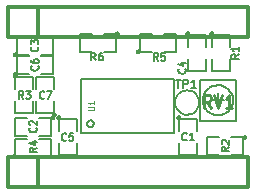
<source format=gto>
G04 (created by PCBNEW-RS274X (2012-01-19 BZR 3256)-stable) date 03/01/2013 14:51:54*
G01*
G70*
G90*
%MOIN*%
G04 Gerber Fmt 3.4, Leading zero omitted, Abs format*
%FSLAX34Y34*%
G04 APERTURE LIST*
%ADD10C,0.006000*%
%ADD11C,0.007900*%
%ADD12C,0.005000*%
%ADD13C,0.012000*%
%ADD14C,0.005900*%
%ADD15C,0.009900*%
%ADD16C,0.003900*%
G04 APERTURE END LIST*
G54D10*
G54D11*
X07000Y03115D02*
X07000Y02682D01*
X07217Y02898D02*
X06783Y02898D01*
X07501Y02879D02*
X07491Y02782D01*
X07463Y02689D01*
X07417Y02602D01*
X07355Y02526D01*
X07280Y02464D01*
X07194Y02418D01*
X07100Y02389D01*
X07003Y02379D01*
X06907Y02387D01*
X06813Y02415D01*
X06726Y02460D01*
X06650Y02522D01*
X06587Y02596D01*
X06540Y02682D01*
X06510Y02775D01*
X06500Y02873D01*
X06508Y02969D01*
X06535Y03063D01*
X06579Y03150D01*
X06640Y03227D01*
X06715Y03290D01*
X06800Y03338D01*
X06893Y03368D01*
X06990Y03379D01*
X07086Y03372D01*
X07181Y03346D01*
X07268Y03302D01*
X07345Y03241D01*
X07409Y03167D01*
X07457Y03082D01*
X07488Y02989D01*
X07500Y02892D01*
X07501Y02879D01*
X07610Y02190D02*
X06390Y02190D01*
X06391Y02190D02*
X06391Y03548D01*
X06391Y03547D02*
X07611Y03547D01*
X07610Y03549D02*
X07610Y02191D01*
G54D12*
X05750Y02300D02*
X05749Y02291D01*
X05746Y02281D01*
X05741Y02273D01*
X05735Y02265D01*
X05727Y02259D01*
X05719Y02254D01*
X05710Y02252D01*
X05700Y02251D01*
X05691Y02251D01*
X05682Y02254D01*
X05673Y02259D01*
X05666Y02265D01*
X05659Y02272D01*
X05655Y02281D01*
X05652Y02290D01*
X05651Y02300D01*
X05651Y02309D01*
X05654Y02318D01*
X05658Y02327D01*
X05665Y02334D01*
X05672Y02341D01*
X05680Y02345D01*
X05690Y02348D01*
X05699Y02349D01*
X05708Y02349D01*
X05718Y02346D01*
X05726Y02342D01*
X05734Y02336D01*
X05740Y02328D01*
X05745Y02320D01*
X05748Y02311D01*
X05749Y02301D01*
X05750Y02300D01*
X05700Y01850D02*
X05700Y02250D01*
X05700Y02250D02*
X06300Y02250D01*
X06300Y02250D02*
X06300Y01850D01*
X06300Y01450D02*
X06300Y01050D01*
X06300Y01050D02*
X05700Y01050D01*
X05700Y01050D02*
X05700Y01450D01*
X03700Y05100D02*
X03699Y05091D01*
X03696Y05081D01*
X03691Y05073D01*
X03685Y05065D01*
X03677Y05059D01*
X03669Y05054D01*
X03660Y05052D01*
X03650Y05051D01*
X03641Y05051D01*
X03632Y05054D01*
X03623Y05059D01*
X03616Y05065D01*
X03609Y05072D01*
X03605Y05081D01*
X03602Y05090D01*
X03601Y05100D01*
X03601Y05109D01*
X03604Y05118D01*
X03608Y05127D01*
X03615Y05134D01*
X03622Y05141D01*
X03630Y05145D01*
X03640Y05148D01*
X03649Y05149D01*
X03658Y05149D01*
X03668Y05146D01*
X03676Y05142D01*
X03684Y05136D01*
X03690Y05128D01*
X03695Y05120D01*
X03698Y05111D01*
X03699Y05101D01*
X03700Y05100D01*
X03200Y05100D02*
X03600Y05100D01*
X03600Y05100D02*
X03600Y04500D01*
X03600Y04500D02*
X03200Y04500D01*
X02800Y04500D02*
X02400Y04500D01*
X02400Y04500D02*
X02400Y05100D01*
X02400Y05100D02*
X02800Y05100D01*
X04400Y04500D02*
X04399Y04491D01*
X04396Y04481D01*
X04391Y04473D01*
X04385Y04465D01*
X04377Y04459D01*
X04369Y04454D01*
X04360Y04452D01*
X04350Y04451D01*
X04341Y04451D01*
X04332Y04454D01*
X04323Y04459D01*
X04316Y04465D01*
X04309Y04472D01*
X04305Y04481D01*
X04302Y04490D01*
X04301Y04500D01*
X04301Y04509D01*
X04304Y04518D01*
X04308Y04527D01*
X04315Y04534D01*
X04322Y04541D01*
X04330Y04545D01*
X04340Y04548D01*
X04349Y04549D01*
X04358Y04549D01*
X04368Y04546D01*
X04376Y04542D01*
X04384Y04536D01*
X04390Y04528D01*
X04395Y04520D01*
X04398Y04511D01*
X04399Y04501D01*
X04400Y04500D01*
X04800Y04500D02*
X04400Y04500D01*
X04400Y04500D02*
X04400Y05100D01*
X04400Y05100D02*
X04800Y05100D01*
X05200Y05100D02*
X05600Y05100D01*
X05600Y05100D02*
X05600Y04500D01*
X05600Y04500D02*
X05200Y04500D01*
X00250Y01000D02*
X00249Y00991D01*
X00246Y00981D01*
X00241Y00973D01*
X00235Y00965D01*
X00227Y00959D01*
X00219Y00954D01*
X00210Y00952D01*
X00200Y00951D01*
X00191Y00951D01*
X00182Y00954D01*
X00173Y00959D01*
X00166Y00965D01*
X00159Y00972D01*
X00155Y00981D01*
X00152Y00990D01*
X00151Y01000D01*
X00151Y01009D01*
X00154Y01018D01*
X00158Y01027D01*
X00165Y01034D01*
X00172Y01041D01*
X00180Y01045D01*
X00190Y01048D01*
X00199Y01049D01*
X00208Y01049D01*
X00218Y01046D01*
X00226Y01042D01*
X00234Y01036D01*
X00240Y01028D01*
X00245Y01020D01*
X00248Y01011D01*
X00249Y01001D01*
X00250Y01000D01*
X00650Y01000D02*
X00250Y01000D01*
X00250Y01000D02*
X00250Y01600D01*
X00250Y01600D02*
X00650Y01600D01*
X01050Y01600D02*
X01450Y01600D01*
X01450Y01600D02*
X01450Y01000D01*
X01450Y01000D02*
X01050Y01000D01*
X00300Y03700D02*
X00299Y03691D01*
X00296Y03681D01*
X00291Y03673D01*
X00285Y03665D01*
X00277Y03659D01*
X00269Y03654D01*
X00260Y03652D01*
X00250Y03651D01*
X00241Y03651D01*
X00232Y03654D01*
X00223Y03659D01*
X00216Y03665D01*
X00209Y03672D01*
X00205Y03681D01*
X00202Y03690D01*
X00201Y03700D01*
X00201Y03709D01*
X00204Y03718D01*
X00208Y03727D01*
X00215Y03734D01*
X00222Y03741D01*
X00230Y03745D01*
X00240Y03748D01*
X00249Y03749D01*
X00258Y03749D01*
X00268Y03746D01*
X00276Y03742D01*
X00284Y03736D01*
X00290Y03728D01*
X00295Y03720D01*
X00298Y03711D01*
X00299Y03701D01*
X00300Y03700D01*
X00250Y03250D02*
X00250Y03650D01*
X00250Y03650D02*
X00850Y03650D01*
X00850Y03650D02*
X00850Y03250D01*
X00850Y02850D02*
X00850Y02450D01*
X00850Y02450D02*
X00250Y02450D01*
X00250Y02450D02*
X00250Y02850D01*
X07950Y01650D02*
X07949Y01641D01*
X07946Y01631D01*
X07941Y01623D01*
X07935Y01615D01*
X07927Y01609D01*
X07919Y01604D01*
X07910Y01602D01*
X07900Y01601D01*
X07891Y01601D01*
X07882Y01604D01*
X07873Y01609D01*
X07866Y01615D01*
X07859Y01622D01*
X07855Y01631D01*
X07852Y01640D01*
X07851Y01650D01*
X07851Y01659D01*
X07854Y01668D01*
X07858Y01677D01*
X07865Y01684D01*
X07872Y01691D01*
X07880Y01695D01*
X07890Y01698D01*
X07899Y01699D01*
X07908Y01699D01*
X07918Y01696D01*
X07926Y01692D01*
X07934Y01686D01*
X07940Y01678D01*
X07945Y01670D01*
X07948Y01661D01*
X07949Y01651D01*
X07950Y01650D01*
X07450Y01650D02*
X07850Y01650D01*
X07850Y01650D02*
X07850Y01050D01*
X07850Y01050D02*
X07450Y01050D01*
X07050Y01050D02*
X06650Y01050D01*
X06650Y01050D02*
X06650Y01650D01*
X06650Y01650D02*
X07050Y01650D01*
X06850Y05100D02*
X06849Y05091D01*
X06846Y05081D01*
X06841Y05073D01*
X06835Y05065D01*
X06827Y05059D01*
X06819Y05054D01*
X06810Y05052D01*
X06800Y05051D01*
X06791Y05051D01*
X06782Y05054D01*
X06773Y05059D01*
X06766Y05065D01*
X06759Y05072D01*
X06755Y05081D01*
X06752Y05090D01*
X06751Y05100D01*
X06751Y05109D01*
X06754Y05118D01*
X06758Y05127D01*
X06765Y05134D01*
X06772Y05141D01*
X06780Y05145D01*
X06790Y05148D01*
X06799Y05149D01*
X06808Y05149D01*
X06818Y05146D01*
X06826Y05142D01*
X06834Y05136D01*
X06840Y05128D01*
X06845Y05120D01*
X06848Y05111D01*
X06849Y05101D01*
X06850Y05100D01*
X06800Y04650D02*
X06800Y05050D01*
X06800Y05050D02*
X07400Y05050D01*
X07400Y05050D02*
X07400Y04650D01*
X07400Y04250D02*
X07400Y03850D01*
X07400Y03850D02*
X06800Y03850D01*
X06800Y03850D02*
X06800Y04250D01*
X01600Y02400D02*
X01599Y02391D01*
X01596Y02381D01*
X01591Y02373D01*
X01585Y02365D01*
X01577Y02359D01*
X01569Y02354D01*
X01560Y02352D01*
X01550Y02351D01*
X01541Y02351D01*
X01532Y02354D01*
X01523Y02359D01*
X01516Y02365D01*
X01509Y02372D01*
X01505Y02381D01*
X01502Y02390D01*
X01501Y02400D01*
X01501Y02409D01*
X01504Y02418D01*
X01508Y02427D01*
X01515Y02434D01*
X01522Y02441D01*
X01530Y02445D01*
X01540Y02448D01*
X01549Y02449D01*
X01558Y02449D01*
X01568Y02446D01*
X01576Y02442D01*
X01584Y02436D01*
X01590Y02428D01*
X01595Y02420D01*
X01598Y02411D01*
X01599Y02401D01*
X01600Y02400D01*
X01550Y02850D02*
X01550Y02450D01*
X01550Y02450D02*
X00950Y02450D01*
X00950Y02450D02*
X00950Y02850D01*
X00950Y03250D02*
X00950Y03650D01*
X00950Y03650D02*
X01550Y03650D01*
X01550Y03650D02*
X01550Y03250D01*
X00300Y03750D02*
X00299Y03741D01*
X00296Y03731D01*
X00291Y03723D01*
X00285Y03715D01*
X00277Y03709D01*
X00269Y03704D01*
X00260Y03702D01*
X00250Y03701D01*
X00241Y03701D01*
X00232Y03704D01*
X00223Y03709D01*
X00216Y03715D01*
X00209Y03722D01*
X00205Y03731D01*
X00202Y03740D01*
X00201Y03750D01*
X00201Y03759D01*
X00204Y03768D01*
X00208Y03777D01*
X00215Y03784D01*
X00222Y03791D01*
X00230Y03795D01*
X00240Y03798D01*
X00249Y03799D01*
X00258Y03799D01*
X00268Y03796D01*
X00276Y03792D01*
X00284Y03786D01*
X00290Y03778D01*
X00295Y03770D01*
X00298Y03761D01*
X00299Y03751D01*
X00300Y03750D01*
X00700Y03750D02*
X00300Y03750D01*
X00300Y03750D02*
X00300Y04350D01*
X00300Y04350D02*
X00700Y04350D01*
X01100Y04350D02*
X01500Y04350D01*
X01500Y04350D02*
X01500Y03750D01*
X01500Y03750D02*
X01100Y03750D01*
X01750Y02300D02*
X01749Y02291D01*
X01746Y02281D01*
X01741Y02273D01*
X01735Y02265D01*
X01727Y02259D01*
X01719Y02254D01*
X01710Y02252D01*
X01700Y02251D01*
X01691Y02251D01*
X01682Y02254D01*
X01673Y02259D01*
X01666Y02265D01*
X01659Y02272D01*
X01655Y02281D01*
X01652Y02290D01*
X01651Y02300D01*
X01651Y02309D01*
X01654Y02318D01*
X01658Y02327D01*
X01665Y02334D01*
X01672Y02341D01*
X01680Y02345D01*
X01690Y02348D01*
X01699Y02349D01*
X01708Y02349D01*
X01718Y02346D01*
X01726Y02342D01*
X01734Y02336D01*
X01740Y02328D01*
X01745Y02320D01*
X01748Y02311D01*
X01749Y02301D01*
X01750Y02300D01*
X01700Y01850D02*
X01700Y02250D01*
X01700Y02250D02*
X02300Y02250D01*
X02300Y02250D02*
X02300Y01850D01*
X02300Y01450D02*
X02300Y01050D01*
X02300Y01050D02*
X01700Y01050D01*
X01700Y01050D02*
X01700Y01450D01*
X06050Y05100D02*
X06049Y05091D01*
X06046Y05081D01*
X06041Y05073D01*
X06035Y05065D01*
X06027Y05059D01*
X06019Y05054D01*
X06010Y05052D01*
X06000Y05051D01*
X05991Y05051D01*
X05982Y05054D01*
X05973Y05059D01*
X05966Y05065D01*
X05959Y05072D01*
X05955Y05081D01*
X05952Y05090D01*
X05951Y05100D01*
X05951Y05109D01*
X05954Y05118D01*
X05958Y05127D01*
X05965Y05134D01*
X05972Y05141D01*
X05980Y05145D01*
X05990Y05148D01*
X05999Y05149D01*
X06008Y05149D01*
X06018Y05146D01*
X06026Y05142D01*
X06034Y05136D01*
X06040Y05128D01*
X06045Y05120D01*
X06048Y05111D01*
X06049Y05101D01*
X06050Y05100D01*
X06000Y04650D02*
X06000Y05050D01*
X06000Y05050D02*
X06600Y05050D01*
X06600Y05050D02*
X06600Y04650D01*
X06600Y04250D02*
X06600Y03850D01*
X06600Y03850D02*
X06000Y03850D01*
X06000Y03850D02*
X06000Y04250D01*
X00300Y04400D02*
X00299Y04391D01*
X00296Y04381D01*
X00291Y04373D01*
X00285Y04365D01*
X00277Y04359D01*
X00269Y04354D01*
X00260Y04352D01*
X00250Y04351D01*
X00241Y04351D01*
X00232Y04354D01*
X00223Y04359D01*
X00216Y04365D01*
X00209Y04372D01*
X00205Y04381D01*
X00202Y04390D01*
X00201Y04400D01*
X00201Y04409D01*
X00204Y04418D01*
X00208Y04427D01*
X00215Y04434D01*
X00222Y04441D01*
X00230Y04445D01*
X00240Y04448D01*
X00249Y04449D01*
X00258Y04449D01*
X00268Y04446D01*
X00276Y04442D01*
X00284Y04436D01*
X00290Y04428D01*
X00295Y04420D01*
X00298Y04411D01*
X00299Y04401D01*
X00300Y04400D01*
X00700Y04400D02*
X00300Y04400D01*
X00300Y04400D02*
X00300Y05000D01*
X00300Y05000D02*
X00700Y05000D01*
X01100Y05000D02*
X01500Y05000D01*
X01500Y05000D02*
X01500Y04400D01*
X01500Y04400D02*
X01100Y04400D01*
X01550Y02300D02*
X01549Y02291D01*
X01546Y02281D01*
X01541Y02273D01*
X01535Y02265D01*
X01527Y02259D01*
X01519Y02254D01*
X01510Y02252D01*
X01500Y02251D01*
X01491Y02251D01*
X01482Y02254D01*
X01473Y02259D01*
X01466Y02265D01*
X01459Y02272D01*
X01455Y02281D01*
X01452Y02290D01*
X01451Y02300D01*
X01451Y02309D01*
X01454Y02318D01*
X01458Y02327D01*
X01465Y02334D01*
X01472Y02341D01*
X01480Y02345D01*
X01490Y02348D01*
X01499Y02349D01*
X01508Y02349D01*
X01518Y02346D01*
X01526Y02342D01*
X01534Y02336D01*
X01540Y02328D01*
X01545Y02320D01*
X01548Y02311D01*
X01549Y02301D01*
X01550Y02300D01*
X01050Y02300D02*
X01450Y02300D01*
X01450Y02300D02*
X01450Y01700D01*
X01450Y01700D02*
X01050Y01700D01*
X00650Y01700D02*
X00250Y01700D01*
X00250Y01700D02*
X00250Y02300D01*
X00250Y02300D02*
X00650Y02300D01*
G54D13*
X00000Y06000D02*
X08000Y06000D01*
X08000Y06000D02*
X08000Y05000D01*
X08000Y05000D02*
X00000Y05000D01*
X00000Y05000D02*
X00000Y06000D01*
X01000Y05000D02*
X01000Y06000D01*
X00000Y01000D02*
X08000Y01000D01*
X08000Y01000D02*
X08000Y00000D01*
X08000Y00000D02*
X00000Y00000D01*
X00000Y00000D02*
X00000Y01000D01*
X01000Y00000D02*
X01000Y01000D01*
G54D12*
X05550Y03600D02*
X02450Y03600D01*
X02450Y03600D02*
X02450Y01800D01*
X02450Y01800D02*
X05550Y01800D01*
X05550Y01800D02*
X05550Y03600D01*
X02861Y02100D02*
X02858Y02079D01*
X02852Y02058D01*
X02842Y02039D01*
X02828Y02022D01*
X02812Y02008D01*
X02793Y01998D01*
X02772Y01992D01*
X02750Y01990D01*
X02730Y01991D01*
X02709Y01998D01*
X02690Y02008D01*
X02673Y02021D01*
X02659Y02038D01*
X02648Y02057D01*
X02642Y02077D01*
X02640Y02099D01*
X02641Y02120D01*
X02647Y02140D01*
X02657Y02160D01*
X02671Y02177D01*
X02687Y02191D01*
X02706Y02201D01*
X02727Y02208D01*
X02748Y02210D01*
X02769Y02209D01*
X02790Y02203D01*
X02809Y02193D01*
X02826Y02180D01*
X02840Y02163D01*
X02851Y02145D01*
X02858Y02124D01*
X02860Y02103D01*
X02861Y02100D01*
G54D14*
X06380Y02800D02*
X06372Y02722D01*
X06349Y02646D01*
X06312Y02576D01*
X06262Y02515D01*
X06201Y02465D01*
X06131Y02427D01*
X06056Y02404D01*
X05977Y02396D01*
X05900Y02403D01*
X05824Y02425D01*
X05754Y02462D01*
X05692Y02511D01*
X05641Y02572D01*
X05603Y02641D01*
X05579Y02716D01*
X05571Y02795D01*
X05577Y02873D01*
X05599Y02949D01*
X05635Y03019D01*
X05684Y03081D01*
X05744Y03132D01*
X05813Y03171D01*
X05889Y03195D01*
X05967Y03204D01*
X06045Y03198D01*
X06121Y03177D01*
X06192Y03141D01*
X06254Y03093D01*
X06305Y03033D01*
X06344Y02964D01*
X06369Y02889D01*
X06379Y02811D01*
X06380Y02800D01*
G54D15*
X06766Y02625D02*
X06635Y02831D01*
X06541Y02625D02*
X06541Y03058D01*
X06691Y03058D01*
X06728Y03038D01*
X06747Y03017D01*
X06766Y02976D01*
X06766Y02914D01*
X06747Y02873D01*
X06728Y02852D01*
X06691Y02831D01*
X06541Y02831D01*
X06879Y03058D02*
X07010Y02625D01*
X07141Y03058D01*
X07479Y02625D02*
X07254Y02625D01*
X07367Y02625D02*
X07367Y03058D01*
X07329Y02996D01*
X07292Y02955D01*
X07254Y02935D01*
G54D12*
X05958Y01563D02*
X05946Y01551D01*
X05911Y01539D01*
X05887Y01539D01*
X05851Y01551D01*
X05827Y01575D01*
X05816Y01598D01*
X05804Y01646D01*
X05804Y01682D01*
X05816Y01729D01*
X05827Y01753D01*
X05851Y01777D01*
X05887Y01789D01*
X05911Y01789D01*
X05946Y01777D01*
X05958Y01765D01*
X06196Y01539D02*
X06054Y01539D01*
X06125Y01539D02*
X06125Y01789D01*
X06101Y01753D01*
X06077Y01729D01*
X06054Y01717D01*
X02928Y04209D02*
X02845Y04328D01*
X02786Y04209D02*
X02786Y04459D01*
X02881Y04459D01*
X02905Y04447D01*
X02916Y04435D01*
X02928Y04411D01*
X02928Y04375D01*
X02916Y04352D01*
X02905Y04340D01*
X02881Y04328D01*
X02786Y04328D01*
X03143Y04459D02*
X03095Y04459D01*
X03071Y04447D01*
X03059Y04435D01*
X03036Y04399D01*
X03024Y04352D01*
X03024Y04256D01*
X03036Y04233D01*
X03047Y04221D01*
X03071Y04209D01*
X03119Y04209D01*
X03143Y04221D01*
X03155Y04233D01*
X03166Y04256D01*
X03166Y04316D01*
X03155Y04340D01*
X03143Y04352D01*
X03119Y04364D01*
X03071Y04364D01*
X03047Y04352D01*
X03036Y04340D01*
X03024Y04316D01*
X05008Y04199D02*
X04925Y04318D01*
X04866Y04199D02*
X04866Y04449D01*
X04961Y04449D01*
X04985Y04437D01*
X04996Y04425D01*
X05008Y04401D01*
X05008Y04365D01*
X04996Y04342D01*
X04985Y04330D01*
X04961Y04318D01*
X04866Y04318D01*
X05235Y04449D02*
X05116Y04449D01*
X05104Y04330D01*
X05116Y04342D01*
X05139Y04354D01*
X05199Y04354D01*
X05223Y04342D01*
X05235Y04330D01*
X05246Y04306D01*
X05246Y04246D01*
X05235Y04223D01*
X05223Y04211D01*
X05199Y04199D01*
X05139Y04199D01*
X05116Y04211D01*
X05104Y04223D01*
X00971Y01288D02*
X00852Y01205D01*
X00971Y01146D02*
X00721Y01146D01*
X00721Y01241D01*
X00733Y01265D01*
X00745Y01276D01*
X00769Y01288D01*
X00805Y01288D01*
X00828Y01276D01*
X00840Y01265D01*
X00852Y01241D01*
X00852Y01146D01*
X00805Y01503D02*
X00971Y01503D01*
X00709Y01443D02*
X00888Y01384D01*
X00888Y01538D01*
X00518Y02929D02*
X00435Y03048D01*
X00376Y02929D02*
X00376Y03179D01*
X00471Y03179D01*
X00495Y03167D01*
X00506Y03155D01*
X00518Y03131D01*
X00518Y03095D01*
X00506Y03072D01*
X00495Y03060D01*
X00471Y03048D01*
X00376Y03048D01*
X00602Y03179D02*
X00756Y03179D01*
X00673Y03084D01*
X00709Y03084D01*
X00733Y03072D01*
X00745Y03060D01*
X00756Y03036D01*
X00756Y02976D01*
X00745Y02953D01*
X00733Y02941D01*
X00709Y02929D01*
X00637Y02929D01*
X00614Y02941D01*
X00602Y02953D01*
X07371Y01318D02*
X07252Y01235D01*
X07371Y01176D02*
X07121Y01176D01*
X07121Y01271D01*
X07133Y01295D01*
X07145Y01306D01*
X07169Y01318D01*
X07205Y01318D01*
X07228Y01306D01*
X07240Y01295D01*
X07252Y01271D01*
X07252Y01176D01*
X07145Y01414D02*
X07133Y01426D01*
X07121Y01449D01*
X07121Y01509D01*
X07133Y01533D01*
X07145Y01545D01*
X07169Y01556D01*
X07193Y01556D01*
X07228Y01545D01*
X07371Y01402D01*
X07371Y01556D01*
X07701Y04408D02*
X07582Y04325D01*
X07701Y04266D02*
X07451Y04266D01*
X07451Y04361D01*
X07463Y04385D01*
X07475Y04396D01*
X07499Y04408D01*
X07535Y04408D01*
X07558Y04396D01*
X07570Y04385D01*
X07582Y04361D01*
X07582Y04266D01*
X07701Y04646D02*
X07701Y04504D01*
X07701Y04575D02*
X07451Y04575D01*
X07487Y04551D01*
X07511Y04527D01*
X07523Y04504D01*
X01208Y02953D02*
X01196Y02941D01*
X01161Y02929D01*
X01137Y02929D01*
X01101Y02941D01*
X01077Y02965D01*
X01066Y02988D01*
X01054Y03036D01*
X01054Y03072D01*
X01066Y03119D01*
X01077Y03143D01*
X01101Y03167D01*
X01137Y03179D01*
X01161Y03179D01*
X01196Y03167D01*
X01208Y03155D01*
X01292Y03179D02*
X01458Y03179D01*
X01351Y02929D01*
X00997Y04018D02*
X01009Y04006D01*
X01021Y03971D01*
X01021Y03947D01*
X01009Y03911D01*
X00985Y03887D01*
X00962Y03876D01*
X00914Y03864D01*
X00878Y03864D01*
X00831Y03876D01*
X00807Y03887D01*
X00783Y03911D01*
X00771Y03947D01*
X00771Y03971D01*
X00783Y04006D01*
X00795Y04018D01*
X00771Y04233D02*
X00771Y04185D01*
X00783Y04161D01*
X00795Y04149D01*
X00831Y04126D01*
X00878Y04114D01*
X00974Y04114D01*
X00997Y04126D01*
X01009Y04137D01*
X01021Y04161D01*
X01021Y04209D01*
X01009Y04233D01*
X00997Y04245D01*
X00974Y04256D01*
X00914Y04256D01*
X00890Y04245D01*
X00878Y04233D01*
X00866Y04209D01*
X00866Y04161D01*
X00878Y04137D01*
X00890Y04126D01*
X00914Y04114D01*
X01948Y01553D02*
X01936Y01541D01*
X01901Y01529D01*
X01877Y01529D01*
X01841Y01541D01*
X01817Y01565D01*
X01806Y01588D01*
X01794Y01636D01*
X01794Y01672D01*
X01806Y01719D01*
X01817Y01743D01*
X01841Y01767D01*
X01877Y01779D01*
X01901Y01779D01*
X01936Y01767D01*
X01948Y01755D01*
X02175Y01779D02*
X02056Y01779D01*
X02044Y01660D01*
X02056Y01672D01*
X02079Y01684D01*
X02139Y01684D01*
X02163Y01672D01*
X02175Y01660D01*
X02186Y01636D01*
X02186Y01576D01*
X02175Y01553D01*
X02163Y01541D01*
X02139Y01529D01*
X02079Y01529D01*
X02056Y01541D01*
X02044Y01553D01*
X05907Y03918D02*
X05919Y03906D01*
X05931Y03871D01*
X05931Y03847D01*
X05919Y03811D01*
X05895Y03787D01*
X05872Y03776D01*
X05824Y03764D01*
X05788Y03764D01*
X05741Y03776D01*
X05717Y03787D01*
X05693Y03811D01*
X05681Y03847D01*
X05681Y03871D01*
X05693Y03906D01*
X05705Y03918D01*
X05765Y04133D02*
X05931Y04133D01*
X05669Y04073D02*
X05848Y04014D01*
X05848Y04168D01*
X00987Y04658D02*
X00999Y04646D01*
X01011Y04611D01*
X01011Y04587D01*
X00999Y04551D01*
X00975Y04527D01*
X00952Y04516D01*
X00904Y04504D01*
X00868Y04504D01*
X00821Y04516D01*
X00797Y04527D01*
X00773Y04551D01*
X00761Y04587D01*
X00761Y04611D01*
X00773Y04646D01*
X00785Y04658D01*
X00761Y04742D02*
X00761Y04896D01*
X00856Y04813D01*
X00856Y04849D01*
X00868Y04873D01*
X00880Y04885D01*
X00904Y04896D01*
X00964Y04896D01*
X00987Y04885D01*
X00999Y04873D01*
X01011Y04849D01*
X01011Y04777D01*
X00999Y04754D01*
X00987Y04742D01*
X00937Y01958D02*
X00949Y01946D01*
X00961Y01911D01*
X00961Y01887D01*
X00949Y01851D01*
X00925Y01827D01*
X00902Y01816D01*
X00854Y01804D01*
X00818Y01804D01*
X00771Y01816D01*
X00747Y01827D01*
X00723Y01851D01*
X00711Y01887D01*
X00711Y01911D01*
X00723Y01946D01*
X00735Y01958D01*
X00735Y02054D02*
X00723Y02066D01*
X00711Y02089D01*
X00711Y02149D01*
X00723Y02173D01*
X00735Y02185D01*
X00759Y02196D01*
X00783Y02196D01*
X00818Y02185D01*
X00961Y02042D01*
X00961Y02196D01*
G54D16*
X02682Y02550D02*
X02842Y02550D01*
X02860Y02559D01*
X02870Y02569D01*
X02879Y02587D01*
X02879Y02625D01*
X02870Y02644D01*
X02860Y02653D01*
X02842Y02662D01*
X02682Y02662D01*
X02879Y02859D02*
X02879Y02747D01*
X02879Y02803D02*
X02682Y02803D01*
X02710Y02784D01*
X02729Y02765D01*
X02739Y02747D01*
G54D14*
X05602Y03564D02*
X05760Y03564D01*
X05681Y03288D02*
X05681Y03564D01*
X05852Y03288D02*
X05852Y03564D01*
X05957Y03564D01*
X05983Y03551D01*
X05996Y03538D01*
X06009Y03512D01*
X06009Y03472D01*
X05996Y03446D01*
X05983Y03433D01*
X05957Y03420D01*
X05852Y03420D01*
X06272Y03288D02*
X06115Y03288D01*
X06193Y03288D02*
X06193Y03564D01*
X06167Y03525D01*
X06141Y03499D01*
X06115Y03485D01*
M02*

</source>
